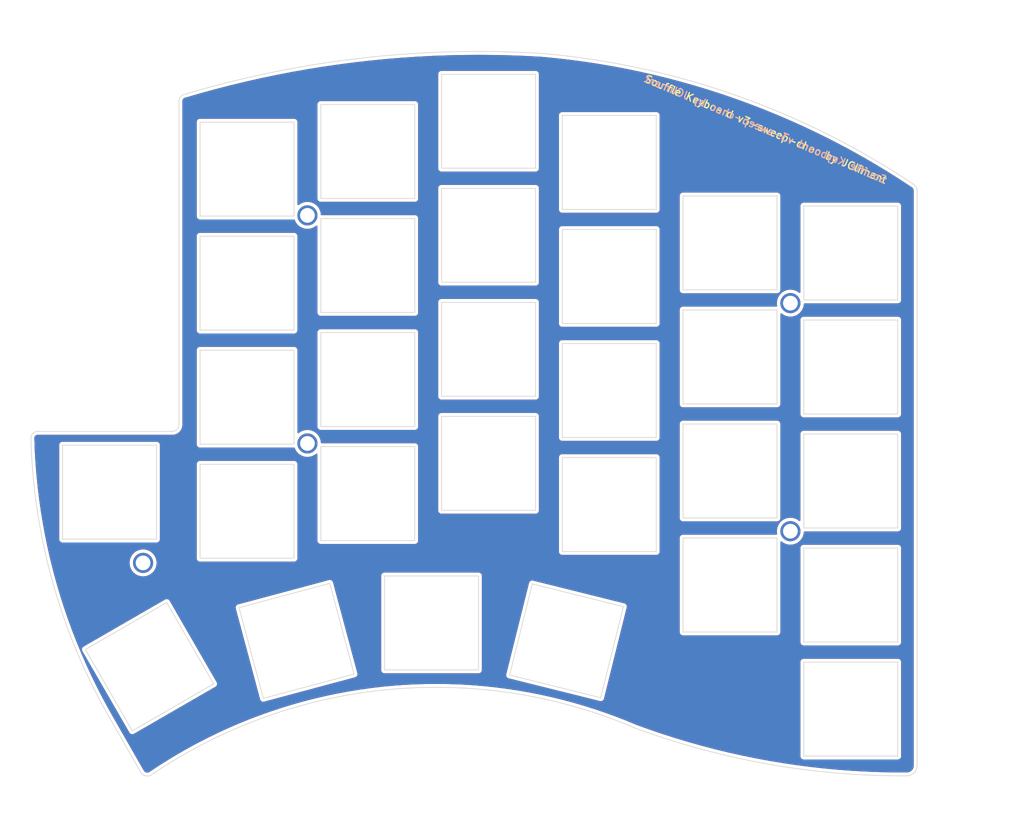
<source format=kicad_pcb>
(kicad_pcb (version 20211014) (generator pcbnew)
  (layers (0 "F.Cu" signal) (31 "B.Cu" signal) (34 "B.Paste" user) (35 "F.Paste" user) (36 "B.SilkS" user "B.Silkscreen") (37 "F.SilkS" user "F.Silkscreen") (38 "B.Mask" user) (39 "F.Mask" user) (44 "Edge.Cuts" user))
  (net 0 "")
  (net 1 "GND")
  (footprint "SofleKeyboard-footprint:M2_HOLE_PCB" (layer "F.Cu") (at 115.134 58.466139)
    (fp_text reference "TH2" hide)
    (fp_text value "HOLE")
    (pad "" thru_hole circle locked (at 0 0) (size 3 3) (drill 2.2) (layers *.Cu *.Mask "Dwgs.User"))
  )
  (footprint "SofleKeyboard-footprint:M2_HOLE_PCB" (layer "F.Cu") (at 187.134 71.548139)
    (fp_text reference "TH2" hide)
    (fp_text value "HOLE")
    (pad "" thru_hole circle locked (at 0 0) (size 3 3) (drill 2.2) (layers *.Cu *.Mask "Dwgs.User"))
  )
  (footprint "SofleKeyboard-footprint:M2_HOLE_PCB" (layer "F.Cu") (at 90.634 110.273139)
    (fp_text reference "TH2" hide)
    (fp_text value "HOLE")
    (pad "" thru_hole circle locked (at 0 0) (size 3 3) (drill 2.2) (layers *.Cu *.Mask "Dwgs.User"))
  )
  (footprint "SofleKeyboard-footprint:M2_HOLE_PCB" (layer "F.Cu") (at 187.134 105.548139)
    (fp_text reference "TH2" hide)
    (fp_text value "HOLE")
    (pad "" thru_hole circle locked (at 0 0) (size 3 3) (drill 2.2) (layers *.Cu *.Mask "Dwgs.User"))
  )
  (footprint "SofleKeyboard-footprint:M2_HOLE_PCB" (layer "F.Cu") (at 115.134 92.466139)
    (fp_text reference "TH2" hide)
    (fp_text value "HOLE")
    (pad "" thru_hole circle locked (at 0 0) (size 3 3) (drill 2.2) (layers *.Cu *.Mask "Dwgs.User"))
  )
  (gr_line (start 135.134 51.433139) (end 149.134 51.433139) (layer "Edge.Cuts") (width 0.1))
  (gr_line (start 99.134 75.573139) (end 113.134 75.573139) (layer "Edge.Cuts") (width 0.1))
  (gr_line (start 90.40507 141.641469) (end 90.283386 141.469069) (layer "Edge.Cuts") (width 0.1))
  (gr_line (start 149.134 68.433139) (end 149.134 54.433139) (layer "Edge.Cuts") (width 0.1))
  (gr_line (start 149.134 37.433139) (end 135.134 37.433139) (layer "Edge.Cuts") (width 0.1))
  (gr_line (start 149.134 102.433139) (end 149.134 88.433139) (layer "Edge.Cuts") (width 0.1))
  (gr_line (start 108.564253 130.466353) (end 122.087214 126.842886) (layer "Edge.Cuts") (width 0.1))
  (gr_line (start 167.134 43.573139) (end 153.134 43.573139) (layer "Edge.Cuts") (width 0.1))
  (gr_line (start 117.134 89.941139) (end 131.134 89.941139) (layer "Edge.Cuts") (width 0.1))
  (gr_line (start 171.134 89.573139) (end 171.134 103.573139) (layer "Edge.Cuts") (width 0.1))
  (gr_line (start 158.852617 130.378662) (end 162.239523 116.794522) (layer "Edge.Cuts") (width 0.1))
  (gr_line (start 91.506976 142.022919) (end 91.302308 142.045119) (layer "Edge.Cuts") (width 0.1))
  (gr_line (start 78.634 106.723139) (end 92.634 106.723139) (layer "Edge.Cuts") (width 0.1))
  (gr_line (start 135.134 68.433139) (end 149.134 68.433139) (layer "Edge.Cuts") (width 0.1))
  (gr_line (start 189.134 139.073139) (end 203.134 139.073139) (layer "Edge.Cuts") (width 0.1))
  (gr_line (start 113.134 78.573139) (end 99.134 78.573139) (layer "Edge.Cuts") (width 0.1))
  (gr_line (start 167.134 94.573139) (end 153.134 94.573139) (layer "Edge.Cuts") (width 0.1))
  (gr_line (start 189.134 57.073139) (end 189.134 71.073139) (layer "Edge.Cuts") (width 0.1))
  (gr_line (start 89.031822 135.305317) (end 101.156178 128.305317) (layer "Edge.Cuts") (width 0.1))
  (gr_line (start 92.634 92.723139) (end 78.634 92.723139) (layer "Edge.Cuts") (width 0.1))
  (gr_line (start 113.134 44.573139) (end 99.134 44.573139) (layer "Edge.Cuts") (width 0.1))
  (gr_line (start 203.134 108.073139) (end 189.134 108.073139) (layer "Edge.Cuts") (width 0.1))
  (gr_line (start 203.134 57.073139) (end 189.134 57.073139) (layer "Edge.Cuts") (width 0.1))
  (gr_line (start 90.283386 141.469069) (end 85.872 133.769139) (layer "Edge.Cuts") (width 0.1))
  (gr_line (start 94.984831 90.669459) (end 74.909257 90.669459) (layer "Edge.Cuts") (width 0.1))
  (gr_line (start 189.134 105.073139) (end 203.134 105.073139) (layer "Edge.Cuts") (width 0.1))
  (gr_line (start 99.134 61.573139) (end 99.134 75.573139) (layer "Edge.Cuts") (width 0.1))
  (gr_line (start 95.983431 41.419459) (end 95.984831 89.669459) (layer "Edge.Cuts") (width 0.1))
  (gr_line (start 149.134 51.433139) (end 149.134 37.433139) (layer "Edge.Cuts") (width 0.1))
  (gr_line (start 91.709202 141.962619) (end 91.881794 141.860999) (layer "Edge.Cuts") (width 0.1))
  (gr_line (start 90.720149 141.899419) (end 90.552207 141.785459) (layer "Edge.Cuts") (width 0.1))
  (gr_line (start 189.134 88.073139) (end 203.134 88.073139) (layer "Edge.Cuts") (width 0.1))
  (gr_line (start 118.463747 113.319925) (end 104.940786 116.943392) (layer "Edge.Cuts") (width 0.1))
  (gr_line (start 171.134 120.573139) (end 185.134 120.573139) (layer "Edge.Cuts") (width 0.1))
  (gr_line (start 171.134 69.573139) (end 185.134 69.573139) (layer "Edge.Cuts") (width 0.1))
  (gr_line (start 153.134 91.573139) (end 167.134 91.573139) (layer "Edge.Cuts") (width 0.1))
  (gr_line (start 113.134 95.573139) (end 99.134 95.573139) (layer "Edge.Cuts") (width 0.1))
  (gr_line (start 203.134 91.073139) (end 189.134 91.073139) (layer "Edge.Cuts") (width 0.1))
  (gr_line (start 185.134 106.573139) (end 171.134 106.573139) (layer "Edge.Cuts") (width 0.1))
  (gr_arc (start 95.984831 89.669459) (mid 95.691955 90.376583) (end 94.984831 90.669459) (layer "Edge.Cuts") (width 0.1))
  (gr_line (start 117.134 106.941139) (end 131.134 106.941139) (layer "Edge.Cuts") (width 0.1))
  (gr_line (start 117.134 72.941139) (end 131.134 72.941139) (layer "Edge.Cuts") (width 0.1))
  (gr_arc (start 95.983431 41.419459) (mid 96.184338 40.815968) (end 96.706759 40.452798) (layer "Edge.Cuts") (width 0.1))
  (gr_line (start 185.134 103.573139) (end 185.134 89.573139) (layer "Edge.Cuts") (width 0.1))
  (gr_line (start 153.134 57.573139) (end 167.134 57.573139) (layer "Edge.Cuts") (width 0.1))
  (gr_line (start 149.134 85.433139) (end 149.134 71.433139) (layer "Edge.Cuts") (width 0.1))
  (gr_line (start 91.302308 142.045119) (end 91.099848 142.030819) (layer "Edge.Cuts") (width 0.1))
  (gr_line (start 140.634 126.223139) (end 140.634 112.223139) (layer "Edge.Cuts") (width 0.1))
  (gr_line (start 99.134 95.573139) (end 99.134 109.573139) (layer "Edge.Cuts") (width 0.1))
  (gr_line (start 185.134 69.573139) (end 185.134 55.573139) (layer "Edge.Cuts") (width 0.1))
  (gr_line (start 153.134 43.573139) (end 153.134 57.573139) (layer "Edge.Cuts") (width 0.1))
  (gr_line (start 99.134 92.573139) (end 113.134 92.573139) (layer "Edge.Cuts") (width 0.1))
  (gr_line (start 171.134 72.573139) (end 171.134 86.573139) (layer "Edge.Cuts") (width 0.1))
  (gr_line (start 131.134 89.941139) (end 131.134 75.941139) (layer "Edge.Cuts") (width 0.1))
  (gr_line (start 167.134 108.573139) (end 167.134 94.573139) (layer "Edge.Cuts") (width 0.1))
  (gr_line (start 99.134 58.573139) (end 113.134 58.573139) (layer "Edge.Cuts") (width 0.1))
  (gr_line (start 113.134 58.573139) (end 113.134 44.573139) (layer "Edge.Cuts") (width 0.1))
  (gr_line (start 135.134 85.433139) (end 149.134 85.433139) (layer "Edge.Cuts") (width 0.1))
  (gr_line (start 171.134 106.573139) (end 171.134 120.573139) (layer "Edge.Cuts") (width 0.1))
  (gr_arc (start 85.872 133.769139) (mid 77.249919 113.469664) (end 73.909257 91.669459) (layer "Edge.Cuts") (width 0.1))
  (gr_line (start 149.134 54.433139) (end 135.134 54.433139) (layer "Edge.Cuts") (width 0.1))
  (gr_line (start 117.134 75.941139) (end 117.134 89.941139) (layer "Edge.Cuts") (width 0.1))
  (gr_line (start 162.239523 116.794522) (end 148.655383 113.407616) (layer "Edge.Cuts") (width 0.1))
  (gr_line (start 189.134 71.073139) (end 203.134 71.073139) (layer "Edge.Cuts") (width 0.1))
  (gr_line (start 99.134 44.573139) (end 99.134 58.573139) (layer "Edge.Cuts") (width 0.1))
  (gr_line (start 131.134 55.941139) (end 131.134 41.941139) (layer "Edge.Cuts") (width 0.1))
  (gr_line (start 203.134 139.073139) (end 203.134 125.073139) (layer "Edge.Cuts") (width 0.1))
  (gr_line (start 185.134 86.573139) (end 185.134 72.573139) (layer "Edge.Cuts") (width 0.1))
  (gr_line (start 126.634 126.223139) (end 140.634 126.223139) (layer "Edge.Cuts") (width 0.1))
  (gr_line (start 131.134 92.941139) (end 117.134 92.941139) (layer "Edge.Cuts") (width 0.1))
  (gr_line (start 131.134 75.941139) (end 117.134 75.941139) (layer "Edge.Cuts") (width 0.1))
  (gr_arc (start 73.909257 91.669459) (mid 74.202133 90.962334) (end 74.909257 90.669459) (layer "Edge.Cuts") (width 0.1))
  (gr_line (start 113.134 61.573139) (end 99.134 61.573139) (layer "Edge.Cuts") (width 0.1))
  (gr_line (start 189.134 91.073139) (end 189.134 105.073139) (layer "Edge.Cuts") (width 0.1))
  (gr_line (start 113.134 109.573139) (end 113.134 95.573139) (layer "Edge.Cuts") (width 0.1))
  (gr_line (start 171.134 103.573139) (end 185.134 103.573139) (layer "Edge.Cuts") (width 0.1))
  (gr_line (start 203.134 125.073139) (end 189.134 125.073139) (layer "Edge.Cuts") (width 0.1))
  (gr_line (start 131.134 72.941139) (end 131.134 58.941139) (layer "Edge.Cuts") (width 0.1))
  (gr_arc (start 205.425586 53.791269) (mid 205.859761 54.208206) (end 206.023354 54.787504) (layer "Edge.Cuts") (width 0.1))
  (gr_line (start 185.134 72.573139) (end 171.134 72.573139) (layer "Edge.Cuts") (width 0.1))
  (gr_line (start 153.134 94.573139) (end 153.134 108.573139) (layer "Edge.Cuts") (width 0.1))
  (gr_line (start 203.134 74.073139) (end 189.134 74.073139) (layer "Edge.Cuts") (width 0.1))
  (gr_line (start 140.634 112.223139) (end 126.634 112.223139) (layer "Edge.Cuts") (width 0.1))
  (gr_line (start 82.031822 123.180961) (end 89.031822 135.305317) (layer "Edge.Cuts") (width 0.1))
  (gr_line (start 148.655383 113.407616) (end 145.268477 126.991756) (layer "Edge.Cuts") (width 0.1))
  (gr_arc (start 150.107857 34.323659) (mid 178.994956 40.567402) (end 205.425586 53.791269) (layer "Edge.Cuts") (width 0.1))
  (gr_arc (start 96.706759 40.452798) (mid 123.136768 35.031104) (end 150.107857 34.323659) (layer "Edge.Cuts") (width 0.1))
  (gr_line (start 131.134 58.941139) (end 117.134 58.941139) (layer "Edge.Cuts") (width 0.1))
  (gr_line (start 153.134 108.573139) (end 167.134 108.573139) (layer "Edge.Cuts") (width 0.1))
  (gr_line (start 104.940786 116.943392) (end 108.564253 130.466353) (layer "Edge.Cuts") (width 0.1))
  (gr_line (start 153.134 74.573139) (end 167.134 74.573139) (layer "Edge.Cuts") (width 0.1))
  (gr_line (start 91.709202 141.962619) (end 91.506976 142.022919) (layer "Edge.Cuts") (width 0.1))
  (gr_line (start 167.134 91.573139) (end 167.134 77.573139) (layer "Edge.Cuts") (width 0.1))
  (gr_line (start 122.087214 126.842886) (end 118.463747 113.319925) (layer "Edge.Cuts") (width 0.1))
  (gr_line (start 91.099848 142.030819) (end 90.904246 141.981719) (layer "Edge.Cuts") (width 0.1))
  (gr_line (start 131.134 41.941139) (end 117.134 41.941139) (layer "Edge.Cuts") (width 0.1))
  (gr_line (start 185.134 89.573139) (end 171.134 89.573139) (layer "Edge.Cuts") (width 0.1))
  (gr_line (start 167.134 57.573139) (end 167.134 43.573139) (layer "Edge.Cuts") (width 0.1))
  (gr_line (start 145.268477 126.991756) (end 158.852617 130.378662) (layer "Edge.Cuts") (width 0.1))
  (gr_line (start 113.134 75.573139) (end 113.134 61.573139) (layer "Edge.Cuts") (width 0.1))
  (gr_arc (start 91.881794 141.860999) (mid 127.019026 129.176045) (end 163.934 134.873139) (layer "Edge.Cuts") (width 0.1))
  (gr_line (start 117.134 55.941139) (end 131.134 55.941139) (layer "Edge.Cuts") (width 0.1))
  (gr_line (start 203.134 88.073139) (end 203.134 74.073139) (layer "Edge.Cuts") (width 0.1))
  (gr_line (start 153.134 77.573139) (end 153.134 91.573139) (layer "Edge.Cuts") (width 0.1))
  (gr_line (start 135.134 88.433139) (end 135.134 102.433139) (layer "Edge.Cuts") (width 0.1))
  (gr_line (start 171.134 86.573139) (end 185.134 86.573139) (layer "Edge.Cuts") (width 0.1))
  (gr_line (start 171.134 55.573139) (end 171.134 69.573139) (layer "Edge.Cuts") (width 0.1))
  (gr_line (start 99.134 78.573139) (end 99.134 92.573139) (layer "Edge.Cuts") (width 0.1))
  (gr_arc (start 206.023354 140.512504) (mid 205.584 141.573139) (end 204.523354 142.012504) (layer "Edge.Cuts") (width 0.1))
  (gr_line (start 101.156178 128.305317) (end 94.156178 116.180961) (layer "Edge.Cuts") (width 0.1))
  (gr_line (start 203.134 105.073139) (end 203.134 91.073139) (layer "Edge.Cuts") (width 0.1))
  (gr_line (start 94.156178 116.180961) (end 82.031822 123.180961) (layer "Edge.Cuts") (width 0.1))
  (gr_line (start 189.134 74.073139) (end 189.134 88.073139) (layer "Edge.Cuts") (width 0.1))
  (gr_line (start 189.134 108.073139) (end 189.134 122.073139) (layer "Edge.Cuts") (width 0.1))
  (gr_line (start 117.134 92.941139) (end 117.134 106.941139) (layer "Edge.Cuts") (width 0.1))
  (gr_line (start 135.134 54.433139) (end 135.134 68.433139) (layer "Edge.Cuts") (width 0.1))
  (gr_line (start 90.904246 141.981719) (end 90.720149 141.899419) (layer "Edge.Cuts") (width 0.1))
  (gr_line (start 189.134 125.073139) (end 189.134 139.073139) (layer "Edge.Cuts") (width 0.1))
  (gr_line (start 167.134 77.573139) (end 153.134 77.573139) (layer "Edge.Cuts") (width 0.1))
  (gr_line (start 117.134 41.941139) (end 117.134 55.941139) (layer "Edge.Cuts") (width 0.1))
  (gr_line (start 135.134 71.433139) (end 135.134 85.433139) (layer "Edge.Cuts") (width 0.1))
  (gr_line (start 99.134 109.573139) (end 113.134 109.573139) (layer "Edge.Cuts") (width 0.1))
  (gr_line (start 78.634 92.723139) (end 78.634 106.723139) (layer "Edge.Cuts") (width 0.1))
  (gr_line (start 149.134 88.433139) (end 135.134 88.433139) (layer "Edge.Cuts") (width 0.1))
  (gr_line (start 149.134 71.433139) (end 135.134 71.433139) (layer "Edge.Cuts") (width 0.1))
  (gr_line (start 189.134 122.073139) (end 203.134 122.073139) (layer "Edge.Cuts") (width 0.1))
  (gr_line (start 185.134 55.573139) (end 171.134 55.573139) (layer "Edge.Cuts") (width 0.1))
  (gr_line (start 117.134 58.941139) (end 117.134 72.941139) (layer "Edge.Cuts") (width 0.1))
  (gr_line (start 135.134 37.433139) (end 135.134 51.433139) (layer "Edge.Cuts") (width 0.1))
  (gr_line (start 135.134 102.433139) (end 149.134 102.433139) (layer "Edge.Cuts") (width 0.1))
  (gr_line (start 126.634 112.223139) (end 126.634 126.223139) (layer "Edge.Cuts") (width 0.1))
  (gr_line (start 203.134 71.073139) (end 203.134 57.073139) (layer "Edge.Cuts") (width 0.1))
  (gr_line (start 185.134 120.573139) (end 185.134 106.573139) (layer "Edge.Cuts") (width 0.1))
  (gr_line (start 92.634 106.723139) (end 92.634 92.723139) (layer "Edge.Cuts") (width 0.1))
  (gr_line (start 206.023354 54.787504) (end 206.023354 140.512504) (layer "Edge.Cuts") (width 0.1))
  (gr_line (start 131.134 106.941139) (end 131.134 92.941139) (layer "Edge.Cuts") (width 0.1))
  (gr_arc (start 204.523354 142.012504) (mid 183.905135 140.282251) (end 163.934 134.873139) (layer "Edge.Cuts") (width 0.1))
  (gr_line (start 90.552207 141.785459) (end 90.40507 141.641469) (layer "Edge.Cuts") (width 0.1))
  (gr_line (start 153.134 60.573139) (end 153.134 74.573139) (layer "Edge.Cuts") (width 0.1))
  (gr_line (start 113.134 92.573139) (end 113.134 78.573139) (layer "Edge.Cuts") (width 0.1))
  (gr_line (start 167.134 74.573139) (end 167.134 60.573139) (layer "Edge.Cuts") (width 0.1))
  (gr_line (start 203.134 122.073139) (end 203.134 108.073139) (layer "Edge.Cuts") (width 0.1))
  (gr_line (start 167.134 60.573139) (end 153.134 60.573139) (layer "Edge.Cuts") (width 0.1))
  (gr_text "Soufflé Keyboard v3-sweep-choc by JCliment" (at 183.445357 45.638209 -23) (layer "B.SilkS") (effects (font (size 1.1 1.1) (thickness 0.2)) (justify mirror)))
  (gr_text "Soufflé Keyboard v3-sweep-choc by JCliment" (at 183.445357 45.638209 -23) (layer "F.SilkS") (effects (font (size 1.1 1.1) (thickness 0.2))))
  (zone (net 1) (net_name "GND") (layers F&B.Cu) (connect_pads (clearance 0.508)) (min_thickness 0.254) (fill yes (thermal_gap 0.508) (thermal_bridge_width 0.508) (island_removal_mode 1) (island_area_min 0))
    (polygon (pts (xy 221.958 148.787139) (xy 69.304 148.787139) (xy 69.304 26.359139) (xy 221.958 26.359139)))
  )
)
</source>
